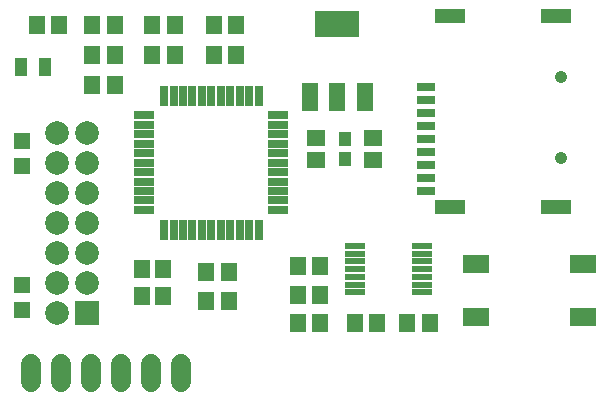
<source format=gts>
G04 EAGLE Gerber RS-274X export*
G75*
%MOMM*%
%FSLAX34Y34*%
%LPD*%
%INSoldermask Top*%
%IPPOS*%
%AMOC8*
5,1,8,0,0,1.08239X$1,22.5*%
G01*
%ADD10R,1.627000X1.427000*%
%ADD11R,1.127000X1.227000*%
%ADD12R,1.427000X1.627000*%
%ADD13R,1.047000X1.647000*%
%ADD14R,1.327000X1.327000*%
%ADD15R,1.346200X2.362200*%
%ADD16R,3.727000X2.327000*%
%ADD17R,1.726800X0.674100*%
%ADD18R,0.674100X1.726800*%
%ADD19R,1.698900X0.533800*%
%ADD20R,2.002000X2.002000*%
%ADD21C,2.002000*%
%ADD22C,1.077000*%
%ADD23R,1.527000X0.747000*%
%ADD24R,2.527000X1.227000*%
%ADD25C,1.651000*%
%ADD26R,2.227000X1.527000*%
%ADD27R,1.313800X1.513800*%


D10*
X314960Y732130D03*
X314960Y713130D03*
X266700Y732130D03*
X266700Y713130D03*
D11*
X290830Y731130D03*
X290830Y714130D03*
D12*
X173380Y618490D03*
X192380Y618490D03*
X173380Y594360D03*
X192380Y594360D03*
X76860Y828040D03*
X95860Y828040D03*
X76860Y777240D03*
X95860Y777240D03*
X76860Y802640D03*
X95860Y802640D03*
D13*
X16620Y792480D03*
X36720Y792480D03*
D14*
X17780Y729320D03*
X17780Y708320D03*
D15*
X261366Y766572D03*
X284480Y766572D03*
X307594Y766572D03*
D16*
X284480Y828550D03*
D17*
X120987Y751200D03*
X120987Y743200D03*
X120987Y735200D03*
X120987Y727200D03*
X120987Y719200D03*
X120987Y711200D03*
X120987Y703200D03*
X120987Y695200D03*
X120987Y687200D03*
X120987Y679200D03*
X120987Y671200D03*
D18*
X137800Y654387D03*
X145800Y654387D03*
X153800Y654387D03*
X161800Y654387D03*
X169800Y654387D03*
X177800Y654387D03*
X185800Y654387D03*
X193800Y654387D03*
X201800Y654387D03*
X209800Y654387D03*
X217800Y654387D03*
D17*
X234613Y671200D03*
X234613Y679200D03*
X234613Y687200D03*
X234613Y695200D03*
X234613Y703200D03*
X234613Y711200D03*
X234613Y719200D03*
X234613Y727200D03*
X234613Y735200D03*
X234613Y743200D03*
X234613Y751200D03*
D18*
X217800Y768013D03*
X209800Y768013D03*
X201800Y768013D03*
X193800Y768013D03*
X185800Y768013D03*
X177800Y768013D03*
X169800Y768013D03*
X161800Y768013D03*
X153800Y768013D03*
X145800Y768013D03*
X137800Y768013D03*
D19*
X299104Y640553D03*
X299104Y634053D03*
X299104Y627553D03*
X299104Y621053D03*
X299104Y614553D03*
X299104Y608053D03*
X299104Y601553D03*
X356538Y601553D03*
X356538Y608053D03*
X356538Y614553D03*
X356538Y621053D03*
X356538Y627553D03*
X356538Y634053D03*
X356538Y640553D03*
D20*
X72390Y584200D03*
D21*
X46990Y584200D03*
X72390Y609600D03*
X46990Y609600D03*
X72390Y635000D03*
X46990Y635000D03*
X72390Y660400D03*
X46990Y660400D03*
X72390Y685800D03*
X46990Y685800D03*
X72390Y711200D03*
X46990Y711200D03*
X72390Y736600D03*
X46990Y736600D03*
D22*
X473830Y715534D03*
X473830Y783534D03*
D23*
X359630Y775430D03*
X359630Y764430D03*
X359630Y753430D03*
X359630Y742430D03*
X359630Y731430D03*
X359630Y720430D03*
X359630Y709430D03*
X359630Y698430D03*
X359630Y687430D03*
D24*
X379630Y673630D03*
X469630Y673630D03*
X469630Y835130D03*
X379630Y835130D03*
D25*
X25400Y541020D02*
X25400Y525780D01*
X50800Y525780D02*
X50800Y541020D01*
X76200Y541020D02*
X76200Y525780D01*
X101600Y525780D02*
X101600Y541020D01*
X127000Y541020D02*
X127000Y525780D01*
X152400Y525780D02*
X152400Y541020D01*
D12*
X179730Y802640D03*
X198730Y802640D03*
X343721Y575333D03*
X362721Y575333D03*
X198730Y828040D03*
X179730Y828040D03*
X146660Y828040D03*
X127660Y828040D03*
X270011Y575333D03*
X251011Y575333D03*
X29870Y828040D03*
X48870Y828040D03*
X146660Y802640D03*
X127660Y802640D03*
X270011Y623593D03*
X251011Y623593D03*
X270011Y599463D03*
X251011Y599463D03*
X318271Y575333D03*
X299271Y575333D03*
D14*
X17780Y586400D03*
X17780Y607400D03*
D26*
X401540Y580750D03*
X401540Y625750D03*
X492540Y625750D03*
X492540Y580750D03*
D27*
X119395Y620975D03*
X119395Y598225D03*
X137145Y598225D03*
X137145Y620975D03*
M02*

</source>
